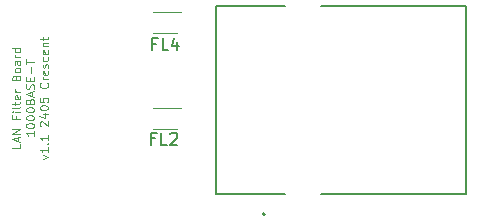
<source format=gto>
G04 #@! TF.GenerationSoftware,KiCad,Pcbnew,(5.1.2)-1*
G04 #@! TF.CreationDate,2024-05-04T01:05:48+09:00*
G04 #@! TF.ProjectId,lf,6c662e6b-6963-4616-945f-706362585858,v1.1*
G04 #@! TF.SameCoordinates,Original*
G04 #@! TF.FileFunction,Legend,Top*
G04 #@! TF.FilePolarity,Positive*
%FSLAX46Y46*%
G04 Gerber Fmt 4.6, Leading zero omitted, Abs format (unit mm)*
G04 Created by KiCad (PCBNEW (5.1.2)-1) date 2024-05-04 01:05:48*
%MOMM*%
%LPD*%
G04 APERTURE LIST*
%ADD10C,0.120000*%
%ADD11C,0.100000*%
%ADD12C,0.200000*%
%ADD13C,0.127000*%
%ADD14C,0.150000*%
%ADD15C,0.612000*%
%ADD16C,2.604000*%
%ADD17C,3.302000*%
%ADD18C,1.612000*%
%ADD19R,1.612000X1.612000*%
G04 APERTURE END LIST*
D10*
X133946666Y-93366666D02*
X133946666Y-93700000D01*
X133246666Y-93700000D01*
X133746666Y-93166666D02*
X133746666Y-92833333D01*
X133946666Y-93233333D02*
X133246666Y-93000000D01*
X133946666Y-92766666D01*
X133946666Y-92533333D02*
X133246666Y-92533333D01*
X133946666Y-92133333D01*
X133246666Y-92133333D01*
X133580000Y-91033333D02*
X133580000Y-91266666D01*
X133946666Y-91266666D02*
X133246666Y-91266666D01*
X133246666Y-90933333D01*
X133946666Y-90666666D02*
X133480000Y-90666666D01*
X133246666Y-90666666D02*
X133280000Y-90700000D01*
X133313333Y-90666666D01*
X133280000Y-90633333D01*
X133246666Y-90666666D01*
X133313333Y-90666666D01*
X133946666Y-90233333D02*
X133913333Y-90300000D01*
X133846666Y-90333333D01*
X133246666Y-90333333D01*
X133480000Y-90066666D02*
X133480000Y-89800000D01*
X133246666Y-89966666D02*
X133846666Y-89966666D01*
X133913333Y-89933333D01*
X133946666Y-89866666D01*
X133946666Y-89800000D01*
X133913333Y-89300000D02*
X133946666Y-89366666D01*
X133946666Y-89500000D01*
X133913333Y-89566666D01*
X133846666Y-89600000D01*
X133580000Y-89600000D01*
X133513333Y-89566666D01*
X133480000Y-89500000D01*
X133480000Y-89366666D01*
X133513333Y-89300000D01*
X133580000Y-89266666D01*
X133646666Y-89266666D01*
X133713333Y-89600000D01*
X133946666Y-88966666D02*
X133480000Y-88966666D01*
X133613333Y-88966666D02*
X133546666Y-88933333D01*
X133513333Y-88900000D01*
X133480000Y-88833333D01*
X133480000Y-88766666D01*
X133580000Y-87766666D02*
X133613333Y-87666666D01*
X133646666Y-87633333D01*
X133713333Y-87600000D01*
X133813333Y-87600000D01*
X133880000Y-87633333D01*
X133913333Y-87666666D01*
X133946666Y-87733333D01*
X133946666Y-88000000D01*
X133246666Y-88000000D01*
X133246666Y-87766666D01*
X133280000Y-87700000D01*
X133313333Y-87666666D01*
X133380000Y-87633333D01*
X133446666Y-87633333D01*
X133513333Y-87666666D01*
X133546666Y-87700000D01*
X133580000Y-87766666D01*
X133580000Y-88000000D01*
X133946666Y-87200000D02*
X133913333Y-87266666D01*
X133880000Y-87300000D01*
X133813333Y-87333333D01*
X133613333Y-87333333D01*
X133546666Y-87300000D01*
X133513333Y-87266666D01*
X133480000Y-87200000D01*
X133480000Y-87100000D01*
X133513333Y-87033333D01*
X133546666Y-87000000D01*
X133613333Y-86966666D01*
X133813333Y-86966666D01*
X133880000Y-87000000D01*
X133913333Y-87033333D01*
X133946666Y-87100000D01*
X133946666Y-87200000D01*
X133946666Y-86366666D02*
X133580000Y-86366666D01*
X133513333Y-86400000D01*
X133480000Y-86466666D01*
X133480000Y-86600000D01*
X133513333Y-86666666D01*
X133913333Y-86366666D02*
X133946666Y-86433333D01*
X133946666Y-86600000D01*
X133913333Y-86666666D01*
X133846666Y-86700000D01*
X133780000Y-86700000D01*
X133713333Y-86666666D01*
X133680000Y-86600000D01*
X133680000Y-86433333D01*
X133646666Y-86366666D01*
X133946666Y-86033333D02*
X133480000Y-86033333D01*
X133613333Y-86033333D02*
X133546666Y-86000000D01*
X133513333Y-85966666D01*
X133480000Y-85900000D01*
X133480000Y-85833333D01*
X133946666Y-85300000D02*
X133246666Y-85300000D01*
X133913333Y-85300000D02*
X133946666Y-85366666D01*
X133946666Y-85500000D01*
X133913333Y-85566666D01*
X133880000Y-85600000D01*
X133813333Y-85633333D01*
X133613333Y-85633333D01*
X133546666Y-85600000D01*
X133513333Y-85566666D01*
X133480000Y-85500000D01*
X133480000Y-85366666D01*
X133513333Y-85300000D01*
X135116666Y-92300000D02*
X135116666Y-92700000D01*
X135116666Y-92500000D02*
X134416666Y-92500000D01*
X134516666Y-92566666D01*
X134583333Y-92633333D01*
X134616666Y-92700000D01*
X134416666Y-91866666D02*
X134416666Y-91800000D01*
X134450000Y-91733333D01*
X134483333Y-91700000D01*
X134550000Y-91666666D01*
X134683333Y-91633333D01*
X134850000Y-91633333D01*
X134983333Y-91666666D01*
X135050000Y-91700000D01*
X135083333Y-91733333D01*
X135116666Y-91800000D01*
X135116666Y-91866666D01*
X135083333Y-91933333D01*
X135050000Y-91966666D01*
X134983333Y-92000000D01*
X134850000Y-92033333D01*
X134683333Y-92033333D01*
X134550000Y-92000000D01*
X134483333Y-91966666D01*
X134450000Y-91933333D01*
X134416666Y-91866666D01*
X134416666Y-91200000D02*
X134416666Y-91133333D01*
X134450000Y-91066666D01*
X134483333Y-91033333D01*
X134550000Y-91000000D01*
X134683333Y-90966666D01*
X134850000Y-90966666D01*
X134983333Y-91000000D01*
X135050000Y-91033333D01*
X135083333Y-91066666D01*
X135116666Y-91133333D01*
X135116666Y-91200000D01*
X135083333Y-91266666D01*
X135050000Y-91300000D01*
X134983333Y-91333333D01*
X134850000Y-91366666D01*
X134683333Y-91366666D01*
X134550000Y-91333333D01*
X134483333Y-91300000D01*
X134450000Y-91266666D01*
X134416666Y-91200000D01*
X134416666Y-90533333D02*
X134416666Y-90466666D01*
X134450000Y-90400000D01*
X134483333Y-90366666D01*
X134550000Y-90333333D01*
X134683333Y-90300000D01*
X134850000Y-90300000D01*
X134983333Y-90333333D01*
X135050000Y-90366666D01*
X135083333Y-90400000D01*
X135116666Y-90466666D01*
X135116666Y-90533333D01*
X135083333Y-90600000D01*
X135050000Y-90633333D01*
X134983333Y-90666666D01*
X134850000Y-90700000D01*
X134683333Y-90700000D01*
X134550000Y-90666666D01*
X134483333Y-90633333D01*
X134450000Y-90600000D01*
X134416666Y-90533333D01*
X134750000Y-89766666D02*
X134783333Y-89666666D01*
X134816666Y-89633333D01*
X134883333Y-89600000D01*
X134983333Y-89600000D01*
X135050000Y-89633333D01*
X135083333Y-89666666D01*
X135116666Y-89733333D01*
X135116666Y-90000000D01*
X134416666Y-90000000D01*
X134416666Y-89766666D01*
X134450000Y-89700000D01*
X134483333Y-89666666D01*
X134550000Y-89633333D01*
X134616666Y-89633333D01*
X134683333Y-89666666D01*
X134716666Y-89700000D01*
X134750000Y-89766666D01*
X134750000Y-90000000D01*
X134916666Y-89333333D02*
X134916666Y-89000000D01*
X135116666Y-89400000D02*
X134416666Y-89166666D01*
X135116666Y-88933333D01*
X135083333Y-88733333D02*
X135116666Y-88633333D01*
X135116666Y-88466666D01*
X135083333Y-88400000D01*
X135050000Y-88366666D01*
X134983333Y-88333333D01*
X134916666Y-88333333D01*
X134850000Y-88366666D01*
X134816666Y-88400000D01*
X134783333Y-88466666D01*
X134750000Y-88600000D01*
X134716666Y-88666666D01*
X134683333Y-88700000D01*
X134616666Y-88733333D01*
X134550000Y-88733333D01*
X134483333Y-88700000D01*
X134450000Y-88666666D01*
X134416666Y-88600000D01*
X134416666Y-88433333D01*
X134450000Y-88333333D01*
X134750000Y-88033333D02*
X134750000Y-87800000D01*
X135116666Y-87700000D02*
X135116666Y-88033333D01*
X134416666Y-88033333D01*
X134416666Y-87700000D01*
X134850000Y-87400000D02*
X134850000Y-86866666D01*
X134416666Y-86633333D02*
X134416666Y-86233333D01*
X135116666Y-86433333D02*
X134416666Y-86433333D01*
X135820000Y-94633333D02*
X136286666Y-94466666D01*
X135820000Y-94300000D01*
X136286666Y-93666666D02*
X136286666Y-94066666D01*
X136286666Y-93866666D02*
X135586666Y-93866666D01*
X135686666Y-93933333D01*
X135753333Y-94000000D01*
X135786666Y-94066666D01*
X136220000Y-93366666D02*
X136253333Y-93333333D01*
X136286666Y-93366666D01*
X136253333Y-93400000D01*
X136220000Y-93366666D01*
X136286666Y-93366666D01*
X136286666Y-92666666D02*
X136286666Y-93066666D01*
X136286666Y-92866666D02*
X135586666Y-92866666D01*
X135686666Y-92933333D01*
X135753333Y-93000000D01*
X135786666Y-93066666D01*
X135653333Y-91866666D02*
X135620000Y-91833333D01*
X135586666Y-91766666D01*
X135586666Y-91600000D01*
X135620000Y-91533333D01*
X135653333Y-91500000D01*
X135720000Y-91466666D01*
X135786666Y-91466666D01*
X135886666Y-91500000D01*
X136286666Y-91900000D01*
X136286666Y-91466666D01*
X135820000Y-90866666D02*
X136286666Y-90866666D01*
X135553333Y-91033333D02*
X136053333Y-91200000D01*
X136053333Y-90766666D01*
X135586666Y-90366666D02*
X135586666Y-90300000D01*
X135620000Y-90233333D01*
X135653333Y-90200000D01*
X135720000Y-90166666D01*
X135853333Y-90133333D01*
X136020000Y-90133333D01*
X136153333Y-90166666D01*
X136220000Y-90200000D01*
X136253333Y-90233333D01*
X136286666Y-90300000D01*
X136286666Y-90366666D01*
X136253333Y-90433333D01*
X136220000Y-90466666D01*
X136153333Y-90500000D01*
X136020000Y-90533333D01*
X135853333Y-90533333D01*
X135720000Y-90500000D01*
X135653333Y-90466666D01*
X135620000Y-90433333D01*
X135586666Y-90366666D01*
X135586666Y-89500000D02*
X135586666Y-89833333D01*
X135920000Y-89866666D01*
X135886666Y-89833333D01*
X135853333Y-89766666D01*
X135853333Y-89600000D01*
X135886666Y-89533333D01*
X135920000Y-89500000D01*
X135986666Y-89466666D01*
X136153333Y-89466666D01*
X136220000Y-89500000D01*
X136253333Y-89533333D01*
X136286666Y-89600000D01*
X136286666Y-89766666D01*
X136253333Y-89833333D01*
X136220000Y-89866666D01*
X136220000Y-88233333D02*
X136253333Y-88266666D01*
X136286666Y-88366666D01*
X136286666Y-88433333D01*
X136253333Y-88533333D01*
X136186666Y-88600000D01*
X136120000Y-88633333D01*
X135986666Y-88666666D01*
X135886666Y-88666666D01*
X135753333Y-88633333D01*
X135686666Y-88600000D01*
X135620000Y-88533333D01*
X135586666Y-88433333D01*
X135586666Y-88366666D01*
X135620000Y-88266666D01*
X135653333Y-88233333D01*
X136286666Y-87933333D02*
X135820000Y-87933333D01*
X135953333Y-87933333D02*
X135886666Y-87900000D01*
X135853333Y-87866666D01*
X135820000Y-87800000D01*
X135820000Y-87733333D01*
X136253333Y-87233333D02*
X136286666Y-87300000D01*
X136286666Y-87433333D01*
X136253333Y-87500000D01*
X136186666Y-87533333D01*
X135920000Y-87533333D01*
X135853333Y-87500000D01*
X135820000Y-87433333D01*
X135820000Y-87300000D01*
X135853333Y-87233333D01*
X135920000Y-87200000D01*
X135986666Y-87200000D01*
X136053333Y-87533333D01*
X136253333Y-86933333D02*
X136286666Y-86866666D01*
X136286666Y-86733333D01*
X136253333Y-86666666D01*
X136186666Y-86633333D01*
X136153333Y-86633333D01*
X136086666Y-86666666D01*
X136053333Y-86733333D01*
X136053333Y-86833333D01*
X136020000Y-86900000D01*
X135953333Y-86933333D01*
X135920000Y-86933333D01*
X135853333Y-86900000D01*
X135820000Y-86833333D01*
X135820000Y-86733333D01*
X135853333Y-86666666D01*
X136253333Y-86033333D02*
X136286666Y-86100000D01*
X136286666Y-86233333D01*
X136253333Y-86300000D01*
X136220000Y-86333333D01*
X136153333Y-86366666D01*
X135953333Y-86366666D01*
X135886666Y-86333333D01*
X135853333Y-86300000D01*
X135820000Y-86233333D01*
X135820000Y-86100000D01*
X135853333Y-86033333D01*
X136253333Y-85466666D02*
X136286666Y-85533333D01*
X136286666Y-85666666D01*
X136253333Y-85733333D01*
X136186666Y-85766666D01*
X135920000Y-85766666D01*
X135853333Y-85733333D01*
X135820000Y-85666666D01*
X135820000Y-85533333D01*
X135853333Y-85466666D01*
X135920000Y-85433333D01*
X135986666Y-85433333D01*
X136053333Y-85766666D01*
X135820000Y-85133333D02*
X136286666Y-85133333D01*
X135886666Y-85133333D02*
X135853333Y-85100000D01*
X135820000Y-85033333D01*
X135820000Y-84933333D01*
X135853333Y-84866666D01*
X135920000Y-84833333D01*
X136286666Y-84833333D01*
X135820000Y-84600000D02*
X135820000Y-84333333D01*
X135586666Y-84500000D02*
X136186666Y-84500000D01*
X136253333Y-84466666D01*
X136286666Y-84400000D01*
X136286666Y-84333333D01*
D11*
X147215000Y-83990000D02*
X145185000Y-83990000D01*
X147570000Y-82210000D02*
X145185000Y-82210000D01*
X147215000Y-92090000D02*
X145185000Y-92090000D01*
X147570000Y-90310000D02*
X145185000Y-90310000D01*
D12*
X154650000Y-99350000D02*
G75*
G03X154650000Y-99350000I-100000J0D01*
G01*
D13*
X171700000Y-81700000D02*
X171700000Y-97600000D01*
X150500000Y-97600000D02*
X150500000Y-81700000D01*
X171700000Y-97600000D02*
X159370000Y-97600000D01*
X156330000Y-97600000D02*
X150500000Y-97600000D01*
X171700000Y-81700000D02*
X159370000Y-81700000D01*
X150500000Y-81700000D02*
X156330000Y-81700000D01*
D14*
X145461904Y-84928571D02*
X145128571Y-84928571D01*
X145128571Y-85452380D02*
X145128571Y-84452380D01*
X145604761Y-84452380D01*
X146461904Y-85452380D02*
X145985714Y-85452380D01*
X145985714Y-84452380D01*
X147223809Y-84785714D02*
X147223809Y-85452380D01*
X146985714Y-84404761D02*
X146747619Y-85119047D01*
X147366666Y-85119047D01*
X145361904Y-92928571D02*
X145028571Y-92928571D01*
X145028571Y-93452380D02*
X145028571Y-92452380D01*
X145504761Y-92452380D01*
X146361904Y-93452380D02*
X145885714Y-93452380D01*
X145885714Y-92452380D01*
X146647619Y-92547619D02*
X146695238Y-92500000D01*
X146790476Y-92452380D01*
X147028571Y-92452380D01*
X147123809Y-92500000D01*
X147171428Y-92547619D01*
X147219047Y-92642857D01*
X147219047Y-92738095D01*
X147171428Y-92880952D01*
X146600000Y-93452380D01*
X147219047Y-93452380D01*
%LPC*%
D11*
G36*
X147438399Y-83229147D02*
G01*
X147441370Y-83229588D01*
X147444283Y-83230318D01*
X147447110Y-83231329D01*
X147449825Y-83232613D01*
X147452400Y-83234157D01*
X147454812Y-83235946D01*
X147457037Y-83237963D01*
X147459054Y-83240188D01*
X147460843Y-83242600D01*
X147462387Y-83245175D01*
X147463671Y-83247890D01*
X147464682Y-83250717D01*
X147465412Y-83253630D01*
X147465853Y-83256601D01*
X147466000Y-83259600D01*
X147466000Y-83810400D01*
X147465853Y-83813399D01*
X147465412Y-83816370D01*
X147464682Y-83819283D01*
X147463671Y-83822110D01*
X147462387Y-83824825D01*
X147460843Y-83827400D01*
X147459054Y-83829812D01*
X147457037Y-83832037D01*
X147454812Y-83834054D01*
X147452400Y-83835843D01*
X147449825Y-83837387D01*
X147447110Y-83838671D01*
X147444283Y-83839682D01*
X147441370Y-83840412D01*
X147438399Y-83840853D01*
X147435400Y-83841000D01*
X146634600Y-83841000D01*
X146631601Y-83840853D01*
X146628630Y-83840412D01*
X146625717Y-83839682D01*
X146622890Y-83838671D01*
X146620175Y-83837387D01*
X146617600Y-83835843D01*
X146615188Y-83834054D01*
X146612963Y-83832037D01*
X146610946Y-83829812D01*
X146609157Y-83827400D01*
X146607613Y-83824825D01*
X146606329Y-83822110D01*
X146605318Y-83819283D01*
X146604588Y-83816370D01*
X146604147Y-83813399D01*
X146604000Y-83810400D01*
X146604000Y-83259600D01*
X146604147Y-83256601D01*
X146604588Y-83253630D01*
X146605318Y-83250717D01*
X146606329Y-83247890D01*
X146607613Y-83245175D01*
X146609157Y-83242600D01*
X146610946Y-83240188D01*
X146612963Y-83237963D01*
X146615188Y-83235946D01*
X146617600Y-83234157D01*
X146620175Y-83232613D01*
X146622890Y-83231329D01*
X146625717Y-83230318D01*
X146628630Y-83229588D01*
X146631601Y-83229147D01*
X146634600Y-83229000D01*
X147435400Y-83229000D01*
X147438399Y-83229147D01*
X147438399Y-83229147D01*
G37*
D15*
X147035000Y-83535000D03*
D11*
G36*
X145768399Y-83229147D02*
G01*
X145771370Y-83229588D01*
X145774283Y-83230318D01*
X145777110Y-83231329D01*
X145779825Y-83232613D01*
X145782400Y-83234157D01*
X145784812Y-83235946D01*
X145787037Y-83237963D01*
X145789054Y-83240188D01*
X145790843Y-83242600D01*
X145792387Y-83245175D01*
X145793671Y-83247890D01*
X145794682Y-83250717D01*
X145795412Y-83253630D01*
X145795853Y-83256601D01*
X145796000Y-83259600D01*
X145796000Y-83810400D01*
X145795853Y-83813399D01*
X145795412Y-83816370D01*
X145794682Y-83819283D01*
X145793671Y-83822110D01*
X145792387Y-83824825D01*
X145790843Y-83827400D01*
X145789054Y-83829812D01*
X145787037Y-83832037D01*
X145784812Y-83834054D01*
X145782400Y-83835843D01*
X145779825Y-83837387D01*
X145777110Y-83838671D01*
X145774283Y-83839682D01*
X145771370Y-83840412D01*
X145768399Y-83840853D01*
X145765400Y-83841000D01*
X144964600Y-83841000D01*
X144961601Y-83840853D01*
X144958630Y-83840412D01*
X144955717Y-83839682D01*
X144952890Y-83838671D01*
X144950175Y-83837387D01*
X144947600Y-83835843D01*
X144945188Y-83834054D01*
X144942963Y-83832037D01*
X144940946Y-83829812D01*
X144939157Y-83827400D01*
X144937613Y-83824825D01*
X144936329Y-83822110D01*
X144935318Y-83819283D01*
X144934588Y-83816370D01*
X144934147Y-83813399D01*
X144934000Y-83810400D01*
X144934000Y-83259600D01*
X144934147Y-83256601D01*
X144934588Y-83253630D01*
X144935318Y-83250717D01*
X144936329Y-83247890D01*
X144937613Y-83245175D01*
X144939157Y-83242600D01*
X144940946Y-83240188D01*
X144942963Y-83237963D01*
X144945188Y-83235946D01*
X144947600Y-83234157D01*
X144950175Y-83232613D01*
X144952890Y-83231329D01*
X144955717Y-83230318D01*
X144958630Y-83229588D01*
X144961601Y-83229147D01*
X144964600Y-83229000D01*
X145765400Y-83229000D01*
X145768399Y-83229147D01*
X145768399Y-83229147D01*
G37*
D15*
X145365000Y-83535000D03*
D11*
G36*
X145768399Y-82359147D02*
G01*
X145771370Y-82359588D01*
X145774283Y-82360318D01*
X145777110Y-82361329D01*
X145779825Y-82362613D01*
X145782400Y-82364157D01*
X145784812Y-82365946D01*
X145787037Y-82367963D01*
X145789054Y-82370188D01*
X145790843Y-82372600D01*
X145792387Y-82375175D01*
X145793671Y-82377890D01*
X145794682Y-82380717D01*
X145795412Y-82383630D01*
X145795853Y-82386601D01*
X145796000Y-82389600D01*
X145796000Y-82940400D01*
X145795853Y-82943399D01*
X145795412Y-82946370D01*
X145794682Y-82949283D01*
X145793671Y-82952110D01*
X145792387Y-82954825D01*
X145790843Y-82957400D01*
X145789054Y-82959812D01*
X145787037Y-82962037D01*
X145784812Y-82964054D01*
X145782400Y-82965843D01*
X145779825Y-82967387D01*
X145777110Y-82968671D01*
X145774283Y-82969682D01*
X145771370Y-82970412D01*
X145768399Y-82970853D01*
X145765400Y-82971000D01*
X144964600Y-82971000D01*
X144961601Y-82970853D01*
X144958630Y-82970412D01*
X144955717Y-82969682D01*
X144952890Y-82968671D01*
X144950175Y-82967387D01*
X144947600Y-82965843D01*
X144945188Y-82964054D01*
X144942963Y-82962037D01*
X144940946Y-82959812D01*
X144939157Y-82957400D01*
X144937613Y-82954825D01*
X144936329Y-82952110D01*
X144935318Y-82949283D01*
X144934588Y-82946370D01*
X144934147Y-82943399D01*
X144934000Y-82940400D01*
X144934000Y-82389600D01*
X144934147Y-82386601D01*
X144934588Y-82383630D01*
X144935318Y-82380717D01*
X144936329Y-82377890D01*
X144937613Y-82375175D01*
X144939157Y-82372600D01*
X144940946Y-82370188D01*
X144942963Y-82367963D01*
X144945188Y-82365946D01*
X144947600Y-82364157D01*
X144950175Y-82362613D01*
X144952890Y-82361329D01*
X144955717Y-82360318D01*
X144958630Y-82359588D01*
X144961601Y-82359147D01*
X144964600Y-82359000D01*
X145765400Y-82359000D01*
X145768399Y-82359147D01*
X145768399Y-82359147D01*
G37*
D15*
X145365000Y-82665000D03*
D11*
G36*
X147438399Y-82359147D02*
G01*
X147441370Y-82359588D01*
X147444283Y-82360318D01*
X147447110Y-82361329D01*
X147449825Y-82362613D01*
X147452400Y-82364157D01*
X147454812Y-82365946D01*
X147457037Y-82367963D01*
X147459054Y-82370188D01*
X147460843Y-82372600D01*
X147462387Y-82375175D01*
X147463671Y-82377890D01*
X147464682Y-82380717D01*
X147465412Y-82383630D01*
X147465853Y-82386601D01*
X147466000Y-82389600D01*
X147466000Y-82940400D01*
X147465853Y-82943399D01*
X147465412Y-82946370D01*
X147464682Y-82949283D01*
X147463671Y-82952110D01*
X147462387Y-82954825D01*
X147460843Y-82957400D01*
X147459054Y-82959812D01*
X147457037Y-82962037D01*
X147454812Y-82964054D01*
X147452400Y-82965843D01*
X147449825Y-82967387D01*
X147447110Y-82968671D01*
X147444283Y-82969682D01*
X147441370Y-82970412D01*
X147438399Y-82970853D01*
X147435400Y-82971000D01*
X146634600Y-82971000D01*
X146631601Y-82970853D01*
X146628630Y-82970412D01*
X146625717Y-82969682D01*
X146622890Y-82968671D01*
X146620175Y-82967387D01*
X146617600Y-82965843D01*
X146615188Y-82964054D01*
X146612963Y-82962037D01*
X146610946Y-82959812D01*
X146609157Y-82957400D01*
X146607613Y-82954825D01*
X146606329Y-82952110D01*
X146605318Y-82949283D01*
X146604588Y-82946370D01*
X146604147Y-82943399D01*
X146604000Y-82940400D01*
X146604000Y-82389600D01*
X146604147Y-82386601D01*
X146604588Y-82383630D01*
X146605318Y-82380717D01*
X146606329Y-82377890D01*
X146607613Y-82375175D01*
X146609157Y-82372600D01*
X146610946Y-82370188D01*
X146612963Y-82367963D01*
X146615188Y-82365946D01*
X146617600Y-82364157D01*
X146620175Y-82362613D01*
X146622890Y-82361329D01*
X146625717Y-82360318D01*
X146628630Y-82359588D01*
X146631601Y-82359147D01*
X146634600Y-82359000D01*
X147435400Y-82359000D01*
X147438399Y-82359147D01*
X147438399Y-82359147D01*
G37*
D15*
X147035000Y-82665000D03*
D11*
G36*
X147438399Y-91329147D02*
G01*
X147441370Y-91329588D01*
X147444283Y-91330318D01*
X147447110Y-91331329D01*
X147449825Y-91332613D01*
X147452400Y-91334157D01*
X147454812Y-91335946D01*
X147457037Y-91337963D01*
X147459054Y-91340188D01*
X147460843Y-91342600D01*
X147462387Y-91345175D01*
X147463671Y-91347890D01*
X147464682Y-91350717D01*
X147465412Y-91353630D01*
X147465853Y-91356601D01*
X147466000Y-91359600D01*
X147466000Y-91910400D01*
X147465853Y-91913399D01*
X147465412Y-91916370D01*
X147464682Y-91919283D01*
X147463671Y-91922110D01*
X147462387Y-91924825D01*
X147460843Y-91927400D01*
X147459054Y-91929812D01*
X147457037Y-91932037D01*
X147454812Y-91934054D01*
X147452400Y-91935843D01*
X147449825Y-91937387D01*
X147447110Y-91938671D01*
X147444283Y-91939682D01*
X147441370Y-91940412D01*
X147438399Y-91940853D01*
X147435400Y-91941000D01*
X146634600Y-91941000D01*
X146631601Y-91940853D01*
X146628630Y-91940412D01*
X146625717Y-91939682D01*
X146622890Y-91938671D01*
X146620175Y-91937387D01*
X146617600Y-91935843D01*
X146615188Y-91934054D01*
X146612963Y-91932037D01*
X146610946Y-91929812D01*
X146609157Y-91927400D01*
X146607613Y-91924825D01*
X146606329Y-91922110D01*
X146605318Y-91919283D01*
X146604588Y-91916370D01*
X146604147Y-91913399D01*
X146604000Y-91910400D01*
X146604000Y-91359600D01*
X146604147Y-91356601D01*
X146604588Y-91353630D01*
X146605318Y-91350717D01*
X146606329Y-91347890D01*
X146607613Y-91345175D01*
X146609157Y-91342600D01*
X146610946Y-91340188D01*
X146612963Y-91337963D01*
X146615188Y-91335946D01*
X146617600Y-91334157D01*
X146620175Y-91332613D01*
X146622890Y-91331329D01*
X146625717Y-91330318D01*
X146628630Y-91329588D01*
X146631601Y-91329147D01*
X146634600Y-91329000D01*
X147435400Y-91329000D01*
X147438399Y-91329147D01*
X147438399Y-91329147D01*
G37*
D15*
X147035000Y-91635000D03*
D11*
G36*
X145768399Y-91329147D02*
G01*
X145771370Y-91329588D01*
X145774283Y-91330318D01*
X145777110Y-91331329D01*
X145779825Y-91332613D01*
X145782400Y-91334157D01*
X145784812Y-91335946D01*
X145787037Y-91337963D01*
X145789054Y-91340188D01*
X145790843Y-91342600D01*
X145792387Y-91345175D01*
X145793671Y-91347890D01*
X145794682Y-91350717D01*
X145795412Y-91353630D01*
X145795853Y-91356601D01*
X145796000Y-91359600D01*
X145796000Y-91910400D01*
X145795853Y-91913399D01*
X145795412Y-91916370D01*
X145794682Y-91919283D01*
X145793671Y-91922110D01*
X145792387Y-91924825D01*
X145790843Y-91927400D01*
X145789054Y-91929812D01*
X145787037Y-91932037D01*
X145784812Y-91934054D01*
X145782400Y-91935843D01*
X145779825Y-91937387D01*
X145777110Y-91938671D01*
X145774283Y-91939682D01*
X145771370Y-91940412D01*
X145768399Y-91940853D01*
X145765400Y-91941000D01*
X144964600Y-91941000D01*
X144961601Y-91940853D01*
X144958630Y-91940412D01*
X144955717Y-91939682D01*
X144952890Y-91938671D01*
X144950175Y-91937387D01*
X144947600Y-91935843D01*
X144945188Y-91934054D01*
X144942963Y-91932037D01*
X144940946Y-91929812D01*
X144939157Y-91927400D01*
X144937613Y-91924825D01*
X144936329Y-91922110D01*
X144935318Y-91919283D01*
X144934588Y-91916370D01*
X144934147Y-91913399D01*
X144934000Y-91910400D01*
X144934000Y-91359600D01*
X144934147Y-91356601D01*
X144934588Y-91353630D01*
X144935318Y-91350717D01*
X144936329Y-91347890D01*
X144937613Y-91345175D01*
X144939157Y-91342600D01*
X144940946Y-91340188D01*
X144942963Y-91337963D01*
X144945188Y-91335946D01*
X144947600Y-91334157D01*
X144950175Y-91332613D01*
X144952890Y-91331329D01*
X144955717Y-91330318D01*
X144958630Y-91329588D01*
X144961601Y-91329147D01*
X144964600Y-91329000D01*
X145765400Y-91329000D01*
X145768399Y-91329147D01*
X145768399Y-91329147D01*
G37*
D15*
X145365000Y-91635000D03*
D11*
G36*
X145768399Y-90459147D02*
G01*
X145771370Y-90459588D01*
X145774283Y-90460318D01*
X145777110Y-90461329D01*
X145779825Y-90462613D01*
X145782400Y-90464157D01*
X145784812Y-90465946D01*
X145787037Y-90467963D01*
X145789054Y-90470188D01*
X145790843Y-90472600D01*
X145792387Y-90475175D01*
X145793671Y-90477890D01*
X145794682Y-90480717D01*
X145795412Y-90483630D01*
X145795853Y-90486601D01*
X145796000Y-90489600D01*
X145796000Y-91040400D01*
X145795853Y-91043399D01*
X145795412Y-91046370D01*
X145794682Y-91049283D01*
X145793671Y-91052110D01*
X145792387Y-91054825D01*
X145790843Y-91057400D01*
X145789054Y-91059812D01*
X145787037Y-91062037D01*
X145784812Y-91064054D01*
X145782400Y-91065843D01*
X145779825Y-91067387D01*
X145777110Y-91068671D01*
X145774283Y-91069682D01*
X145771370Y-91070412D01*
X145768399Y-91070853D01*
X145765400Y-91071000D01*
X144964600Y-91071000D01*
X144961601Y-91070853D01*
X144958630Y-91070412D01*
X144955717Y-91069682D01*
X144952890Y-91068671D01*
X144950175Y-91067387D01*
X144947600Y-91065843D01*
X144945188Y-91064054D01*
X144942963Y-91062037D01*
X144940946Y-91059812D01*
X144939157Y-91057400D01*
X144937613Y-91054825D01*
X144936329Y-91052110D01*
X144935318Y-91049283D01*
X144934588Y-91046370D01*
X144934147Y-91043399D01*
X144934000Y-91040400D01*
X144934000Y-90489600D01*
X144934147Y-90486601D01*
X144934588Y-90483630D01*
X144935318Y-90480717D01*
X144936329Y-90477890D01*
X144937613Y-90475175D01*
X144939157Y-90472600D01*
X144940946Y-90470188D01*
X144942963Y-90467963D01*
X144945188Y-90465946D01*
X144947600Y-90464157D01*
X144950175Y-90462613D01*
X144952890Y-90461329D01*
X144955717Y-90460318D01*
X144958630Y-90459588D01*
X144961601Y-90459147D01*
X144964600Y-90459000D01*
X145765400Y-90459000D01*
X145768399Y-90459147D01*
X145768399Y-90459147D01*
G37*
D15*
X145365000Y-90765000D03*
D11*
G36*
X147438399Y-90459147D02*
G01*
X147441370Y-90459588D01*
X147444283Y-90460318D01*
X147447110Y-90461329D01*
X147449825Y-90462613D01*
X147452400Y-90464157D01*
X147454812Y-90465946D01*
X147457037Y-90467963D01*
X147459054Y-90470188D01*
X147460843Y-90472600D01*
X147462387Y-90475175D01*
X147463671Y-90477890D01*
X147464682Y-90480717D01*
X147465412Y-90483630D01*
X147465853Y-90486601D01*
X147466000Y-90489600D01*
X147466000Y-91040400D01*
X147465853Y-91043399D01*
X147465412Y-91046370D01*
X147464682Y-91049283D01*
X147463671Y-91052110D01*
X147462387Y-91054825D01*
X147460843Y-91057400D01*
X147459054Y-91059812D01*
X147457037Y-91062037D01*
X147454812Y-91064054D01*
X147452400Y-91065843D01*
X147449825Y-91067387D01*
X147447110Y-91068671D01*
X147444283Y-91069682D01*
X147441370Y-91070412D01*
X147438399Y-91070853D01*
X147435400Y-91071000D01*
X146634600Y-91071000D01*
X146631601Y-91070853D01*
X146628630Y-91070412D01*
X146625717Y-91069682D01*
X146622890Y-91068671D01*
X146620175Y-91067387D01*
X146617600Y-91065843D01*
X146615188Y-91064054D01*
X146612963Y-91062037D01*
X146610946Y-91059812D01*
X146609157Y-91057400D01*
X146607613Y-91054825D01*
X146606329Y-91052110D01*
X146605318Y-91049283D01*
X146604588Y-91046370D01*
X146604147Y-91043399D01*
X146604000Y-91040400D01*
X146604000Y-90489600D01*
X146604147Y-90486601D01*
X146604588Y-90483630D01*
X146605318Y-90480717D01*
X146606329Y-90477890D01*
X146607613Y-90475175D01*
X146609157Y-90472600D01*
X146610946Y-90470188D01*
X146612963Y-90467963D01*
X146615188Y-90465946D01*
X146617600Y-90464157D01*
X146620175Y-90462613D01*
X146622890Y-90461329D01*
X146625717Y-90460318D01*
X146628630Y-90459588D01*
X146631601Y-90459147D01*
X146634600Y-90459000D01*
X147435400Y-90459000D01*
X147438399Y-90459147D01*
X147438399Y-90459147D01*
G37*
D15*
X147035000Y-90765000D03*
D16*
X157850000Y-81900000D03*
X157850000Y-97400000D03*
D17*
X160900000Y-83935000D03*
X160900000Y-95365000D03*
D18*
X152010000Y-92825000D03*
X152010000Y-85205000D03*
X152010000Y-87745000D03*
X152010000Y-90285000D03*
X154550000Y-86475000D03*
X154550000Y-89015000D03*
X154550000Y-91555000D03*
D19*
X154550000Y-94095000D03*
D16*
X134150000Y-81700000D03*
X134150000Y-97200000D03*
D17*
X131100000Y-83735000D03*
X131100000Y-95165000D03*
D18*
X139990000Y-92625000D03*
X139990000Y-85005000D03*
X139990000Y-87545000D03*
X139990000Y-90085000D03*
X137450000Y-86275000D03*
X137450000Y-88815000D03*
X137450000Y-91355000D03*
D19*
X137450000Y-93895000D03*
M02*

</source>
